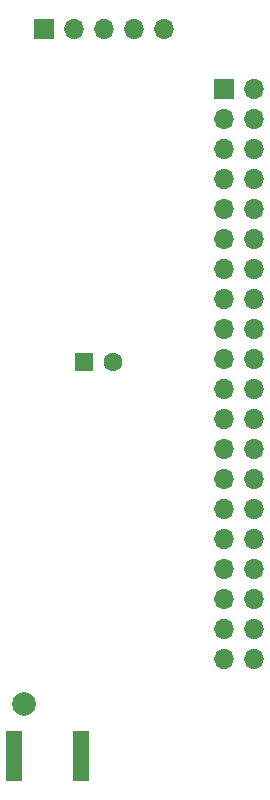
<source format=gbr>
%TF.GenerationSoftware,KiCad,Pcbnew,7.0.11-2.fc39*%
%TF.CreationDate,2024-07-01T00:46:26-07:00*%
%TF.ProjectId,george_orangepi,67656f72-6765-45f6-9f72-616e67657069,rev?*%
%TF.SameCoordinates,PX93d1cc0PY4d3f640*%
%TF.FileFunction,Soldermask,Bot*%
%TF.FilePolarity,Negative*%
%FSLAX46Y46*%
G04 Gerber Fmt 4.6, Leading zero omitted, Abs format (unit mm)*
G04 Created by KiCad (PCBNEW 7.0.11-2.fc39) date 2024-07-01 00:46:26*
%MOMM*%
%LPD*%
G01*
G04 APERTURE LIST*
%ADD10C,2.000000*%
%ADD11R,1.700000X1.700000*%
%ADD12O,1.700000X1.700000*%
%ADD13R,1.350000X4.200000*%
%ADD14C,1.600000*%
%ADD15R,1.600000X1.600000*%
G04 APERTURE END LIST*
D10*
%TO.C,TP1*%
X3000000Y-62500000D03*
%TD*%
D11*
%TO.C,J4*%
X4640000Y-5320000D03*
D12*
X7180000Y-5320000D03*
X9720000Y-5320000D03*
X12260000Y-5320000D03*
X14800000Y-5320000D03*
%TD*%
D13*
%TO.C,J2*%
X7825000Y-66887500D03*
X2175000Y-66887500D03*
%TD*%
D14*
%TO.C,C1*%
X10548000Y-33528000D03*
D15*
X8048000Y-33528000D03*
%TD*%
D12*
%TO.C,J1*%
X22420000Y-58660000D03*
X19880000Y-58660000D03*
X22420000Y-56120000D03*
X19880000Y-56120000D03*
X22420000Y-53580000D03*
X19880000Y-53580000D03*
X22420000Y-51040000D03*
X19880000Y-51040000D03*
X22420000Y-48500000D03*
X19880000Y-48500000D03*
X22420000Y-45960000D03*
X19880000Y-45960000D03*
X22420000Y-43420000D03*
X19880000Y-43420000D03*
X22420000Y-40880000D03*
X19880000Y-40880000D03*
X22420000Y-38340000D03*
X19880000Y-38340000D03*
X22420000Y-35800000D03*
X19880000Y-35800000D03*
X22420000Y-33260000D03*
X19880000Y-33260000D03*
X22420000Y-30720000D03*
X19880000Y-30720000D03*
X22420000Y-28180000D03*
X19880000Y-28180000D03*
X22420000Y-25640000D03*
X19880000Y-25640000D03*
X22420000Y-23100000D03*
X19880000Y-23100000D03*
X22420000Y-20560000D03*
X19880000Y-20560000D03*
X22420000Y-18020000D03*
X19880000Y-18020000D03*
X22420000Y-15480000D03*
X19880000Y-15480000D03*
X22420000Y-12940000D03*
X19880000Y-12940000D03*
X22420000Y-10400000D03*
D11*
X19880000Y-10400000D03*
%TD*%
M02*

</source>
